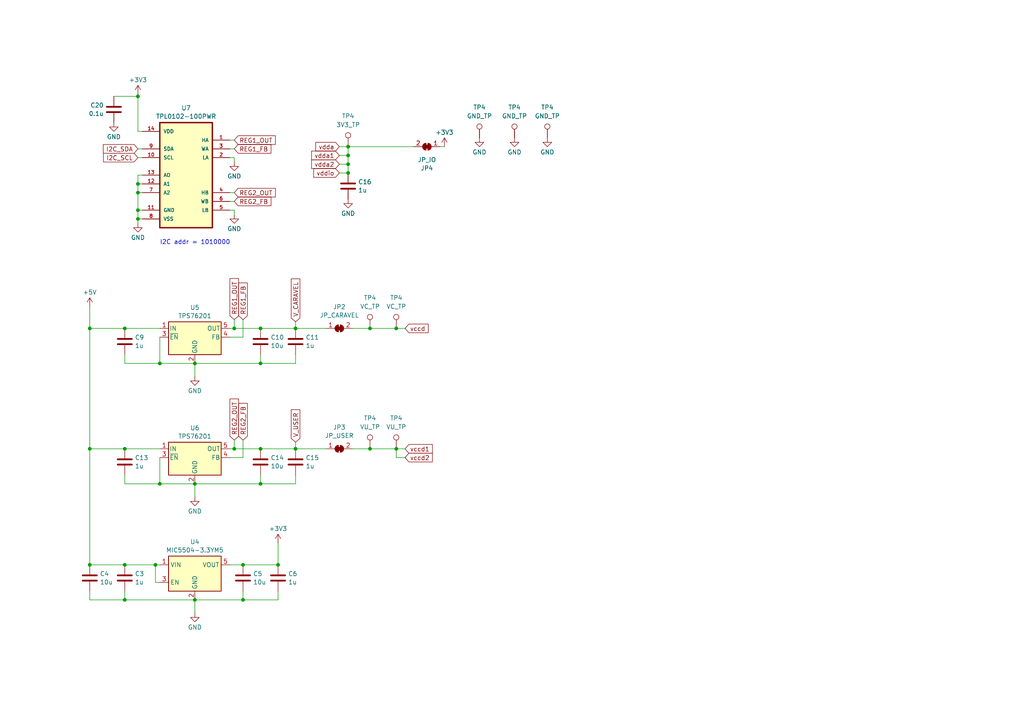
<source format=kicad_sch>
(kicad_sch (version 20230121) (generator eeschema)
  (paper "A4")
  (lib_symbols
    (symbol "Connector:TestPoint" (pin_numbers hide) (pin_names (offset 0.762) hide)
      (property "Reference" "TP" (at 0 6.858 0))
      (property "Value" "TestPoint" (at 0 5.08 0))
      (symbol "TestPoint_0_1"
        (circle (center 0 3.302) (radius 0.762))
      )
      (symbol "TestPoint_1_1"
        (pin passive line (at 0 0 90) (length 2.54) (name "1") (number "1"))
      )
    )
    (symbol "Device:C" (pin_numbers hide) (pin_names (offset 0.254))
      (property "Reference" "C" (at 0.635 2.54 0))
      (property "Value" "C" (at 0.635 -2.54 0))
      (symbol "C_0_1"
        (polyline (pts (xy -2.032 -0.762) (xy 2.032 -0.762)) (stroke (width 0.508)))
        (polyline (pts (xy -2.032 0.762) (xy 2.032 0.762)) (stroke (width 0.508)))
      )
      (symbol "C_1_1"
        (pin passive line (at 0 3.81 270) (length 2.794) (name "~") (number "1"))
        (pin passive line (at 0 -3.81 90) (length 2.794) (name "~") (number "2"))
      )
    )
    (symbol "Jumper:SolderJumper_2_Bridged" (pin_names (offset 0) hide)
      (property "Reference" "JP" (at 0 2.032 0))
      (property "Value" "SolderJumper_2_Bridged" (at 0 -2.54 0))
      (symbol "SolderJumper_2_Bridged_0_1"
        (rectangle (start -0.508 0.508) (end 0.508 -0.508) (fill (type outline)))
        (arc (start -0.254 1.016) (mid -1.2656 0) (end -0.254 -1.016))
        (arc (start -0.254 1.016) (mid -1.2656 0) (end -0.254 -1.016) (fill (type outline)))
        (polyline (pts (xy -0.254 1.016) (xy -0.254 -1.016)))
        (polyline (pts (xy 0.254 1.016) (xy 0.254 -1.016)))
        (arc (start 0.254 -1.016) (mid 1.2656 0) (end 0.254 1.016))
        (arc (start 0.254 -1.016) (mid 1.2656 0) (end 0.254 1.016) (fill (type outline)))
      )
      (symbol "SolderJumper_2_Bridged_1_1"
        (pin passive line (at -3.81 0 0) (length 2.54) (name "A") (number "1"))
        (pin passive line (at 3.81 0 180) (length 2.54) (name "B") (number "2"))
      )
    )
    (symbol "Regulator_Linear:MIC5504-3.3YM5"
      (property "Reference" "U" (at -7.62 8.89 0))
      (property "Value" "MIC5504-3.3YM5" (at -7.62 6.35 0))
      (symbol "MIC5504-3.3YM5_0_1"
        (rectangle (start -7.62 -5.08) (end 7.62 5.08) (stroke (width 0.254)) (fill (type background)))
      )
      (symbol "MIC5504-3.3YM5_1_1"
        (pin power_in line (at -10.16 2.54 0) (length 2.54) (name "VIN") (number "1"))
        (pin power_in line (at 0 -7.62 90) (length 2.54) (name "GND") (number "2"))
        (pin input line (at -10.16 -2.54 0) (length 2.54) (name "EN") (number "3"))
        (pin no_connect line (at 7.62 -2.54 180) (length 2.54) hide (name "NC") (number "4"))
        (pin power_out line (at 10.16 2.54 180) (length 2.54) (name "VOUT") (number "5"))
      )
    )
    (symbol "Regulator_Linear:TPS76901" (pin_names (offset 0.254))
      (property "Reference" "U" (at -6.35 5.715 0))
      (property "Value" "TPS76901" (at 0 5.715 0))
      (symbol "TPS76901_0_1"
        (rectangle (start -7.62 4.445) (end 7.62 -5.08) (stroke (width 0.254)) (fill (type background)))
      )
      (symbol "TPS76901_1_1"
        (pin power_in line (at -10.16 2.54 0) (length 2.54) (name "IN") (number "1"))
        (pin power_in line (at 0 -7.62 90) (length 2.54) (name "GND") (number "2"))
        (pin input line (at -10.16 0 0) (length 2.54) (name "~{EN}") (number "3"))
        (pin input line (at 10.16 0 180) (length 2.54) (name "FB") (number "4"))
        (pin power_out line (at 10.16 2.54 180) (length 2.54) (name "OUT") (number "5"))
      )
    )
    (symbol "TPL0102-100QPWREP:TPL0102-100QPWREP" (pin_names (offset 1.016))
      (property "Reference" "U" (at -5.08 21.59 0))
      (property "Value" "TPL0102" (at -5.08 19.05 0))
      (symbol "TPL0102-100QPWREP_0_0"
        (rectangle (start -12.7 17.78) (end 2.54 -12.7) (stroke (width 0.41)) (fill (type background)))
        (pin bidirectional line (at 7.62 12.7 180) (length 5.08) (name "HA") (number "1"))
        (pin bidirectional line (at -17.78 7.62 0) (length 5.08) (name "SCL") (number "10"))
        (pin power_in line (at -17.78 -7.62 0) (length 5.08) (name "GND") (number "11"))
        (pin bidirectional line (at -17.78 0 0) (length 5.08) (name "A1") (number "12"))
        (pin bidirectional line (at -17.78 2.54 0) (length 5.08) (name "AO") (number "13"))
        (pin power_in line (at -17.78 15.24 0) (length 5.08) (name "VDD") (number "14"))
        (pin bidirectional line (at 7.62 7.62 180) (length 5.08) (name "LA") (number "2"))
        (pin bidirectional line (at 7.62 10.16 180) (length 5.08) (name "WA") (number "3"))
        (pin bidirectional line (at 7.62 -2.54 180) (length 5.08) (name "HB") (number "4"))
        (pin bidirectional line (at 7.62 -7.62 180) (length 5.08) (name "LB") (number "5"))
        (pin bidirectional line (at 7.62 -5.08 180) (length 5.08) (name "WB") (number "6"))
        (pin bidirectional line (at -17.78 -2.54 0) (length 5.08) (name "A2") (number "7"))
        (pin power_in line (at -17.78 -10.16 0) (length 5.08) (name "VSS") (number "8"))
        (pin bidirectional line (at -17.78 10.16 0) (length 5.08) (name "SDA") (number "9"))
      )
    )
    (symbol "power:+3V3" (power) (pin_names (offset 0))
      (property "Value" "+3V3" (at 0 3.556 0))
      (symbol "+3V3_0_1"
        (polyline (pts (xy -0.762 1.27) (xy 0 2.54)))
        (polyline (pts (xy 0 0) (xy 0 2.54)))
        (polyline (pts (xy 0 2.54) (xy 0.762 1.27)))
      )
      (symbol "+3V3_1_1"
        (pin power_in line (at 0 0 90) (length 0) hide (name "+3V3") (number "1"))
      )
    )
    (symbol "power:+5V" (power) (pin_names (offset 0))
      (property "Value" "+5V" (at 0 3.556 0))
      (symbol "+5V_0_1"
        (polyline (pts (xy -0.762 1.27) (xy 0 2.54)))
        (polyline (pts (xy 0 0) (xy 0 2.54)))
        (polyline (pts (xy 0 2.54) (xy 0.762 1.27)))
      )
      (symbol "+5V_1_1"
        (pin power_in line (at 0 0 90) (length 0) hide (name "+5V") (number "1"))
      )
    )
    (symbol "power:GND" (power) (pin_names (offset 0))
      (property "Value" "GND" (at 0 -3.81 0))
      (symbol "GND_0_1"
        (polyline (pts (xy 0 0) (xy 0 -1.27) (xy 1.27 -1.27) (xy 0 -2.54) (xy -1.27 -1.27) (xy 0 -1.27)))
      )
      (symbol "GND_1_1"
        (pin power_in line (at 0 0 270) (length 0) hide (name "GND") (number "1"))
      )
    )
  )
  (junction (at 56.515 105.41))
  (junction (at 45.085 163.83))
  (junction (at 100.965 47.625))
  (junction (at 75.565 130.175))
  (junction (at 46.355 140.335))
  (junction (at 70.485 173.99))
  (junction (at 26.035 130.175))
  (junction (at 100.965 42.545))
  (junction (at 67.945 95.25))
  (junction (at 56.515 140.335))
  (junction (at 46.355 105.41))
  (junction (at 40.005 27.94))
  (junction (at 114.935 130.175))
  (junction (at 36.195 163.83))
  (junction (at 85.725 95.25))
  (junction (at 114.935 95.25))
  (junction (at 70.485 163.83))
  (junction (at 75.565 95.25))
  (junction (at 100.965 50.165))
  (junction (at 107.315 130.175))
  (junction (at 40.005 63.5))
  (junction (at 56.515 173.99))
  (junction (at 26.035 163.83))
  (junction (at 40.005 53.34))
  (junction (at 36.195 95.25))
  (junction (at 85.725 130.175))
  (junction (at 36.195 130.175))
  (junction (at 40.005 55.88))
  (junction (at 26.035 95.25))
  (junction (at 75.565 140.335))
  (junction (at 80.645 163.83))
  (junction (at 40.005 60.96))
  (junction (at 67.945 130.175))
  (junction (at 100.965 45.085))
  (junction (at 107.315 95.25))
  (junction (at 75.565 105.41))
  (junction (at 36.195 173.99))
  (wire (pts (xy 46.355 168.91) (xy 45.085 168.91)))
  (wire (pts (xy 66.675 45.72) (xy 67.945 45.72)))
  (wire (pts (xy 36.195 105.41) (xy 46.355 105.41)))
  (wire (pts (xy 26.035 173.99) (xy 26.035 171.45)))
  (wire (pts (xy 40.005 27.94) (xy 40.005 38.1)))
  (wire (pts (xy 41.275 50.8) (xy 40.005 50.8)))
  (wire (pts (xy 26.035 173.99) (xy 36.195 173.99)))
  (wire (pts (xy 100.965 45.085) (xy 100.965 47.625)))
  (wire (pts (xy 26.035 88.9) (xy 26.035 95.25)))
  (wire (pts (xy 46.355 97.79) (xy 46.355 105.41)))
  (wire (pts (xy 26.035 130.175) (xy 26.035 163.83)))
  (wire (pts (xy 98.425 50.165) (xy 100.965 50.165)))
  (wire (pts (xy 56.515 105.41) (xy 75.565 105.41)))
  (wire (pts (xy 70.485 132.715) (xy 66.675 132.715)))
  (wire (pts (xy 117.475 95.25) (xy 114.935 95.25)))
  (wire (pts (xy 40.005 60.96) (xy 41.275 60.96)))
  (wire (pts (xy 40.005 38.1) (xy 41.275 38.1)))
  (wire (pts (xy 85.725 105.41) (xy 75.565 105.41)))
  (wire (pts (xy 40.005 45.72) (xy 41.275 45.72)))
  (wire (pts (xy 56.515 173.99) (xy 70.485 173.99)))
  (wire (pts (xy 70.485 97.79) (xy 66.675 97.79)))
  (wire (pts (xy 75.565 137.795) (xy 75.565 140.335)))
  (wire (pts (xy 45.085 168.91) (xy 45.085 163.83)))
  (wire (pts (xy 70.485 171.45) (xy 70.485 173.99)))
  (wire (pts (xy 56.515 140.335) (xy 56.515 144.145)))
  (wire (pts (xy 75.565 95.25) (xy 85.725 95.25)))
  (wire (pts (xy 67.945 130.175) (xy 75.565 130.175)))
  (wire (pts (xy 85.725 93.345) (xy 85.725 95.25)))
  (wire (pts (xy 46.355 132.715) (xy 46.355 140.335)))
  (wire (pts (xy 67.945 92.71) (xy 67.945 95.25)))
  (wire (pts (xy 40.005 63.5) (xy 41.275 63.5)))
  (wire (pts (xy 66.675 60.96) (xy 67.945 60.96)))
  (wire (pts (xy 85.725 95.25) (xy 94.615 95.25)))
  (wire (pts (xy 56.515 105.41) (xy 56.515 109.22)))
  (wire (pts (xy 33.02 27.94) (xy 40.005 27.94)))
  (wire (pts (xy 85.725 137.795) (xy 85.725 140.335)))
  (wire (pts (xy 66.675 40.64) (xy 67.945 40.64)))
  (wire (pts (xy 75.565 102.87) (xy 75.565 105.41)))
  (wire (pts (xy 114.935 130.175) (xy 114.935 132.715)))
  (wire (pts (xy 67.945 60.96) (xy 67.945 62.23)))
  (wire (pts (xy 40.005 53.34) (xy 41.275 53.34)))
  (wire (pts (xy 117.475 132.715) (xy 114.935 132.715)))
  (wire (pts (xy 45.085 163.83) (xy 46.355 163.83)))
  (wire (pts (xy 66.675 95.25) (xy 67.945 95.25)))
  (wire (pts (xy 40.005 55.88) (xy 41.275 55.88)))
  (wire (pts (xy 66.675 163.83) (xy 70.485 163.83)))
  (wire (pts (xy 40.005 60.96) (xy 40.005 63.5)))
  (wire (pts (xy 114.935 95.25) (xy 107.315 95.25)))
  (wire (pts (xy 66.675 58.42) (xy 67.945 58.42)))
  (wire (pts (xy 100.965 42.545) (xy 100.965 45.085)))
  (wire (pts (xy 40.005 43.18) (xy 41.275 43.18)))
  (wire (pts (xy 26.035 95.25) (xy 36.195 95.25)))
  (wire (pts (xy 67.945 95.25) (xy 75.565 95.25)))
  (wire (pts (xy 80.645 157.48) (xy 80.645 163.83)))
  (wire (pts (xy 70.485 92.71) (xy 70.485 97.79)))
  (wire (pts (xy 98.425 47.625) (xy 100.965 47.625)))
  (wire (pts (xy 70.485 163.83) (xy 80.645 163.83)))
  (wire (pts (xy 40.005 53.34) (xy 40.005 55.88)))
  (wire (pts (xy 85.725 140.335) (xy 75.565 140.335)))
  (wire (pts (xy 26.035 163.83) (xy 36.195 163.83)))
  (wire (pts (xy 56.515 140.335) (xy 75.565 140.335)))
  (wire (pts (xy 36.195 140.335) (xy 36.195 137.795)))
  (wire (pts (xy 40.005 27.305) (xy 40.005 27.94)))
  (wire (pts (xy 36.195 130.175) (xy 46.355 130.175)))
  (wire (pts (xy 40.005 50.8) (xy 40.005 53.34)))
  (wire (pts (xy 70.485 127.635) (xy 70.485 132.715)))
  (wire (pts (xy 36.195 173.99) (xy 56.515 173.99)))
  (wire (pts (xy 102.235 130.175) (xy 107.315 130.175)))
  (wire (pts (xy 66.675 130.175) (xy 67.945 130.175)))
  (wire (pts (xy 67.945 127.635) (xy 67.945 130.175)))
  (wire (pts (xy 100.965 42.545) (xy 120.015 42.545)))
  (wire (pts (xy 100.965 47.625) (xy 100.965 50.165)))
  (wire (pts (xy 67.945 45.72) (xy 67.945 46.99)))
  (wire (pts (xy 75.565 130.175) (xy 85.725 130.175)))
  (wire (pts (xy 26.035 95.25) (xy 26.035 130.175)))
  (wire (pts (xy 85.725 130.175) (xy 94.615 130.175)))
  (wire (pts (xy 26.035 130.175) (xy 36.195 130.175)))
  (wire (pts (xy 40.005 55.88) (xy 40.005 60.96)))
  (wire (pts (xy 36.195 140.335) (xy 46.355 140.335)))
  (wire (pts (xy 46.355 140.335) (xy 56.515 140.335)))
  (wire (pts (xy 107.315 130.175) (xy 114.935 130.175)))
  (wire (pts (xy 102.235 95.25) (xy 107.315 95.25)))
  (wire (pts (xy 36.195 163.83) (xy 45.085 163.83)))
  (wire (pts (xy 36.195 173.99) (xy 36.195 171.45)))
  (wire (pts (xy 80.645 173.99) (xy 70.485 173.99)))
  (wire (pts (xy 40.005 63.5) (xy 40.005 64.77)))
  (wire (pts (xy 80.645 171.45) (xy 80.645 173.99)))
  (wire (pts (xy 98.425 42.545) (xy 100.965 42.545)))
  (wire (pts (xy 66.675 55.88) (xy 67.945 55.88)))
  (wire (pts (xy 66.675 43.18) (xy 67.945 43.18)))
  (wire (pts (xy 98.425 45.085) (xy 100.965 45.085)))
  (wire (pts (xy 46.355 105.41) (xy 56.515 105.41)))
  (wire (pts (xy 117.475 130.175) (xy 114.935 130.175)))
  (wire (pts (xy 36.195 105.41) (xy 36.195 102.87)))
  (wire (pts (xy 56.515 173.99) (xy 56.515 177.8)))
  (wire (pts (xy 36.195 95.25) (xy 46.355 95.25)))
  (wire (pts (xy 85.725 128.27) (xy 85.725 130.175)))
  (wire (pts (xy 127.635 42.545) (xy 128.905 42.545)))
  (wire (pts (xy 85.725 102.87) (xy 85.725 105.41)))
  (text "I2C addr = 1010000" (at 46.355 71.12 0) (effects (font (size 1.27 1.27)) (justify left bottom)))
  (global_label "REG2_OUT" (shape input) (at 67.945 127.635 90) (property "Intersheetrefs" "${INTERSHEET_REFS}" (effects hide)))
  (global_label "vccd1" (shape input) (at 117.475 130.175 0) (property "Intersheetrefs" "${INTERSHEET_REFS}" (effects hide)))
  (global_label "vccd" (shape input) (at 117.475 95.25 0) (property "Intersheetrefs" "${INTERSHEET_REFS}" (effects hide)))
  (global_label "REG2_OUT" (shape input) (at 67.945 55.88 0) (property "Intersheetrefs" "${INTERSHEET_REFS}" (effects hide)))
  (global_label "vdda" (shape input) (at 98.425 42.545 180) (property "Intersheetrefs" "${INTERSHEET_REFS}" (effects hide)))
  (global_label "V_USER" (shape input) (at 85.725 128.27 90) (property "Intersheetrefs" "${INTERSHEET_REFS}" (effects hide)))
  (global_label "vddio" (shape input) (at 98.425 50.165 180) (property "Intersheetrefs" "${INTERSHEET_REFS}" (effects hide)))
  (global_label "REG2_FB" (shape input) (at 70.485 127.635 90) (property "Intersheetrefs" "${INTERSHEET_REFS}" (effects hide)))
  (global_label "REG2_FB" (shape input) (at 67.945 58.42 0) (property "Intersheetrefs" "${INTERSHEET_REFS}" (effects hide)))
  (global_label "REG1_FB" (shape input) (at 70.485 92.71 90) (property "Intersheetrefs" "${INTERSHEET_REFS}" (effects hide)))
  (global_label "I2C_SDA" (shape input) (at 40.005 43.18 180) (property "Intersheetrefs" "${INTERSHEET_REFS}" (effects hide)))
  (global_label "REG1_OUT" (shape input) (at 67.945 40.64 0) (property "Intersheetrefs" "${INTERSHEET_REFS}" (effects hide)))
  (global_label "I2C_SCL" (shape input) (at 40.005 45.72 180) (property "Intersheetrefs" "${INTERSHEET_REFS}" (effects hide)))
  (global_label "REG1_FB" (shape input) (at 67.945 43.18 0) (property "Intersheetrefs" "${INTERSHEET_REFS}" (effects hide)))
  (global_label "REG1_OUT" (shape input) (at 67.945 92.71 90) (property "Intersheetrefs" "${INTERSHEET_REFS}" (effects hide)))
  (global_label "V_CARAVEL" (shape input) (at 85.725 93.345 90) (property "Intersheetrefs" "${INTERSHEET_REFS}" (effects hide)))
  (global_label "vccd2" (shape input) (at 117.475 132.715 0) (property "Intersheetrefs" "${INTERSHEET_REFS}" (effects hide)))
  (global_label "vdda1" (shape input) (at 98.425 45.085 180) (property "Intersheetrefs" "${INTERSHEET_REFS}" (effects hide)))
  (global_label "vdda2" (shape input) (at 98.425 47.625 180) (property "Intersheetrefs" "${INTERSHEET_REFS}" (effects hide)))
  (symbol (lib_id "power:+3V3") (at 40.005 27.305 0) (unit 1)
    (property "Reference" "#PWR027" (effects hide))
    (property "Value" "+3V3" (at 40.005 23.1719 0))
  )
  (symbol (lib_id "Jumper:SolderJumper_2_Bridged") (at 123.825 42.545 0) (mirror y) (unit 1)
    (property "Reference" "JP4" (at 123.825 48.7792 0))
    (property "Value" "JP_IO" (at 123.825 46.355 0))
    (property "Footprint" "Jumper:SolderJumper-2_P1.3mm_Bridged2Bar_Pad1.0x1.5mm" (effects hide))
    (instances (project "mpw3-common" (path "" (reference "JP4") (unit 1)) (path "" (reference "JP2") (unit 1))))
  )
  (symbol (lib_id "power:GND") (at 67.945 46.99 0) (unit 1)
    (property "Reference" "#PWR030" (effects hide))
    (property "Value" "GND" (at 67.945 51.1231 0))
    (instances (project "mpw3-common" (path "" (reference "#PWR030") (unit 1)) (path "" (reference "#PWR029") (unit 1))))
  )
  (symbol (lib_id "Device:C") (at 70.485 167.64 180) (unit 1)
    (property "Reference" "C5" (at 73.406 166.4279 0) (effects (justify right)))
    (property "Value" "10u" (at 73.406 168.8521 0) (effects (justify right)))
    (property "Footprint" "Capacitor_SMD:C_0603_1608Metric" (effects hide))
    (property "LCSC" "C19702" (effects hide))
  )
  (symbol (lib_id "Connector:TestPoint") (at 114.935 95.25 0) (mirror y) (unit 1)
    (property "Reference" "TP4" (at 114.935 86.36 0))
    (property "Value" "VC_TP" (at 114.935 88.9 0))
    (property "Footprint" "TestPoint:TestPoint_THTPad_D2.0mm_Drill1.0mm" (effects hide))
    (instances (project "mpw3-common" (path "" (reference "TP4") (unit 1)) (path "" (reference "TP8") (unit 1))))
  )
  (symbol (lib_id "TPL0102-100QPWREP:TPL0102-100QPWREP") (at 59.055 53.34 0) (unit 1)
    (property "Reference" "U7" (at 53.975 31.3377 0))
    (property "Value" "TPL0102-100PWR" (at 53.975 33.7619 0))
    (property "Footprint" "TPL0102:SOP65P640X120-14N" (effects hide))
    (property "MF" "Texas Instruments" (effects hide))
    (property "Description" "\n256-tap dual-channel digital potentiometer (digipot) with nonvolatile memory\n" (effects hide))
    (property "Package" "TSSOP-14 Texas Instruments" (effects hide))
    (property "Price" "None" (effects hide))
    (property "SnapEDA_Link" "https://www.snapeda.com/parts/TPL0102-100QPWREP/Texas+Instruments/view-part/?ref=snap" (effects hide))
    (property "MP" "TPL0102-100QPWREP" (effects hide))
    (property "Purchase-URL" "https://www.snapeda.com/api/url_track_click_mouser/?unipart_id=1150082&manufacturer=Texas Instruments&part_name=TPL0102-100QPWREP&search_term=None" (effects hide))
    (property "Availability" "In Stock" (effects hide))
    (property "Check_prices" "https://www.snapeda.com/parts/TPL0102-100QPWREP/Texas+Instruments/view-part/?ref=eda" (effects hide))
  )
  (symbol (lib_id "power:GND") (at 149.225 40.005 0) (unit 1)
    (property "Reference" "#PWR021" (effects hide))
    (property "Value" "GND" (at 149.225 44.1381 0))
    (instances (project "mpw3-common" (path "" (reference "#PWR021") (unit 1)) (path "" (reference "#PWR043") (unit 1))))
  )
  (symbol (lib_id "Device:C") (at 36.195 99.06 180) (unit 1)
    (property "Reference" "C9" (at 39.116 97.8479 0) (effects (justify right)))
    (property "Value" "1u" (at 39.116 100.2721 0) (effects (justify right)))
    (property "Footprint" "Capacitor_SMD:C_0603_1608Metric" (effects hide))
    (instances (project "mpw3-common" (path "" (reference "C9") (unit 1)) (path "" (reference "C10") (unit 1))))
  )
  (symbol (lib_id "Regulator_Linear:TPS76901") (at 56.515 97.79 0) (unit 1)
    (property "Reference" "U5" (at 56.515 89.2007 0))
    (property "Value" "TPS76201" (at 56.515 91.6249 0))
    (property "Footprint" "Package_TO_SOT_SMD:SOT-23-5" (effects hide))
    (property "Datasheet" "http://www.ti.com/lit/ds/symlink/tps769.pdf" (effects hide))
    (property "LCSC" "C13997" (effects hide))
  )
  (symbol (lib_id "Regulator_Linear:TPS76901") (at 56.515 132.715 0) (unit 1)
    (property "Reference" "U6" (at 56.515 124.1257 0))
    (property "Value" "TPS76201" (at 56.515 126.5499 0))
    (property "Footprint" "Package_TO_SOT_SMD:SOT-23-5" (effects hide))
    (property "Datasheet" "http://www.ti.com/lit/ds/symlink/tps769.pdf" (effects hide))
    (property "LCSC" "C13997" (effects hide))
  )
  (symbol (lib_id "Device:C") (at 80.645 167.64 180) (unit 1)
    (property "Reference" "C6" (at 83.566 166.4279 0) (effects (justify right)))
    (property "Value" "1u" (at 83.566 168.8521 0) (effects (justify right)))
    (property "Footprint" "Capacitor_SMD:C_0603_1608Metric" (effects hide))
    (property "LCSC" "C15849" (effects hide))
  )
  (symbol (lib_id "power:GND") (at 56.515 177.8 0) (unit 1)
    (property "Reference" "#PWR021" (effects hide))
    (property "Value" "GND" (at 56.515 181.9331 0))
  )
  (symbol (lib_id "power:GND") (at 33.02 35.56 0) (unit 1)
    (property "Reference" "#PWR028" (effects hide))
    (property "Value" "GND" (at 33.02 39.6931 0))
    (instances (project "mpw3-common" (path "" (reference "#PWR028") (unit 1)) (path "" (reference "#PWR046") (unit 1))))
  )
  (symbol (lib_id "Device:C") (at 26.035 167.64 180) (unit 1)
    (property "Reference" "C4" (at 28.956 166.4279 0) (effects (justify right)))
    (property "Value" "10u" (at 28.956 168.8521 0) (effects (justify right)))
    (property "Footprint" "Capacitor_SMD:C_0603_1608Metric" (effects hide))
    (property "LCSC" "C15849" (effects hide))
    (instances (project "mpw3-common" (path "" (reference "C4") (unit 1)) (path "" (reference "C3") (unit 1))))
  )
  (symbol (lib_id "Connector:TestPoint") (at 139.065 40.005 0) (unit 1)
    (property "Reference" "TP4" (at 139.065 31.115 0))
    (property "Value" "GND_TP" (at 139.065 33.655 0))
    (property "Footprint" "TestPoint:TestPoint_THTPad_D2.0mm_Drill1.0mm" (effects hide))
    (instances (project "mpw3-common" (path "" (reference "TP4") (unit 1)) (path "" (reference "TP10") (unit 1))))
  )
  (symbol (lib_id "Connector:TestPoint") (at 107.315 130.175 0) (mirror y) (unit 1)
    (property "Reference" "TP4" (at 107.315 121.285 0))
    (property "Value" "VU_TP" (at 107.315 123.825 0))
    (property "Footprint" "TestPoint:TestPoint_THTPad_D2.0mm_Drill1.0mm" (effects hide))
    (instances (project "mpw3-common" (path "" (reference "TP4") (unit 1)) (path "" (reference "TP7") (unit 1))))
  )
  (symbol (lib_id "Device:C") (at 85.725 133.985 180) (unit 1)
    (property "Reference" "C15" (at 88.646 132.7729 0) (effects (justify right)))
    (property "Value" "1u" (at 88.646 135.1971 0) (effects (justify right)))
    (property "Footprint" "Capacitor_SMD:C_0603_1608Metric" (effects hide))
    (property "LCSC" "C15849" (effects hide))
  )
  (symbol (lib_id "power:GND") (at 56.515 144.145 0) (unit 1)
    (property "Reference" "#PWR026" (effects hide))
    (property "Value" "GND" (at 56.515 148.2781 0))
  )
  (symbol (lib_id "power:+5V") (at 26.035 88.9 0) (unit 1)
    (property "Reference" "#PWR023" (effects hide))
    (property "Value" "+5V" (at 26.035 84.7669 0))
  )
  (symbol (lib_id "Connector:TestPoint") (at 149.225 40.005 0) (unit 1)
    (property "Reference" "TP4" (at 149.225 31.115 0))
    (property "Value" "GND_TP" (at 149.225 33.655 0))
    (property "Footprint" "TestPoint:TestPoint_THTPad_D2.0mm_Drill1.0mm" (effects hide))
    (instances (project "mpw3-common" (path "" (reference "TP4") (unit 1)) (path "" (reference "TP12") (unit 1))))
  )
  (symbol (lib_id "Connector:TestPoint") (at 158.75 40.005 0) (unit 1)
    (property "Reference" "TP4" (at 158.75 31.115 0))
    (property "Value" "GND_TP" (at 158.75 33.655 0))
    (property "Footprint" "TestPoint:TestPoint_THTPad_D2.0mm_Drill1.0mm" (effects hide))
    (instances (project "mpw3-common" (path "" (reference "TP4") (unit 1)) (path "" (reference "TP11") (unit 1))))
  )
  (symbol (lib_id "Device:C") (at 75.565 99.06 180) (unit 1)
    (property "Reference" "C10" (at 78.486 97.8479 0) (effects (justify right)))
    (property "Value" "10u" (at 78.486 100.2721 0) (effects (justify right)))
    (property "Footprint" "Capacitor_SMD:C_0603_1608Metric" (effects hide))
    (property "LCSC" "C15849" (effects hide))
    (instances (project "mpw3-common" (path "" (reference "C10") (unit 1)) (path "" (reference "C12") (unit 1))))
  )
  (symbol (lib_id "power:+3V3") (at 128.905 42.545 0) (unit 1)
    (property "Reference" "#PWR037" (effects hide))
    (property "Value" "+3V3" (at 128.905 38.4119 0))
    (instances (project "mpw3-common" (path "" (reference "#PWR037") (unit 1)) (path "" (reference "#PWR040") (unit 1))))
  )
  (symbol (lib_id "Device:C") (at 36.195 133.985 180) (unit 1)
    (property "Reference" "C13" (at 39.116 132.7729 0) (effects (justify right)))
    (property "Value" "1u" (at 39.116 135.1971 0) (effects (justify right)))
    (property "Footprint" "Capacitor_SMD:C_0603_1608Metric" (effects hide))
    (property "LCSC" "C19702" (effects hide))
    (instances (project "mpw3-common" (path "" (reference "C13") (unit 1)) (path "" (reference "C11") (unit 1))))
  )
  (symbol (lib_id "Jumper:SolderJumper_2_Bridged") (at 98.425 95.25 0) (mirror x) (unit 1)
    (property "Reference" "JP2" (at 98.425 89.0158 0))
    (property "Value" "JP_CARAVEL" (at 98.425 91.44 0))
    (property "Footprint" "Jumper:SolderJumper-2_P1.3mm_Bridged2Bar_Pad1.0x1.5mm" (effects hide))
    (instances (project "mpw3-common" (path "" (reference "JP2") (unit 1)) (path "" (reference "JP4") (unit 1))))
  )
  (symbol (lib_id "Jumper:SolderJumper_2_Bridged") (at 98.425 130.175 0) (mirror x) (unit 1)
    (property "Reference" "JP3" (at 98.425 123.9408 0))
    (property "Value" "JP_USER" (at 98.425 126.365 0))
    (property "Footprint" "Jumper:SolderJumper-2_P1.3mm_Bridged2Bar_Pad1.0x1.5mm" (effects hide))
  )
  (symbol (lib_id "power:GND") (at 67.945 62.23 0) (unit 1)
    (property "Reference" "#PWR029" (effects hide))
    (property "Value" "GND" (at 67.945 66.3631 0))
    (instances (project "mpw3-common" (path "" (reference "#PWR029") (unit 1)) (path "" (reference "#PWR030") (unit 1))))
  )
  (symbol (lib_id "power:GND") (at 158.75 40.005 0) (unit 1)
    (property "Reference" "#PWR021" (effects hide))
    (property "Value" "GND" (at 158.75 44.1381 0))
    (instances (project "mpw3-common" (path "" (reference "#PWR021") (unit 1)) (path "" (reference "#PWR042") (unit 1))))
  )
  (symbol (lib_id "power:GND") (at 139.065 40.005 0) (unit 1)
    (property "Reference" "#PWR021" (effects hide))
    (property "Value" "GND" (at 139.065 44.1381 0))
    (instances (project "mpw3-common" (path "" (reference "#PWR021") (unit 1)) (path "" (reference "#PWR041") (unit 1))))
  )
  (symbol (lib_id "Device:C") (at 100.965 53.975 0) (unit 1)
    (property "Reference" "C16" (at 103.886 52.7629 0) (effects (justify left)))
    (property "Value" "1u" (at 103.886 55.1871 0) (effects (justify left)))
    (property "Footprint" "Capacitor_SMD:C_0603_1608Metric" (effects hide))
    (property "LCSC" "C15849" (effects hide))
  )
  (symbol (lib_id "Regulator_Linear:MIC5504-3.3YM5") (at 56.515 166.37 0) (unit 1)
    (property "Reference" "U4" (at 56.515 157.1457 0))
    (property "Value" "MIC5504-3.3YM5" (at 56.515 159.5699 0))
    (property "Footprint" "Package_TO_SOT_SMD:SOT-23-5" (effects hide))
    (property "Datasheet" "http://ww1.microchip.com/downloads/en/DeviceDoc/MIC550X.pdf" (effects hide))
    (property "LCSC" "C88419" (effects hide))
  )
  (symbol (lib_id "power:+3V3") (at 80.645 157.48 0) (unit 1)
    (property "Reference" "#PWR022" (effects hide))
    (property "Value" "+3V3" (at 80.645 153.3469 0))
  )
  (symbol (lib_id "Connector:TestPoint") (at 107.315 95.25 0) (mirror y) (unit 1)
    (property "Reference" "TP4" (at 107.315 86.36 0))
    (property "Value" "VC_TP" (at 107.315 88.9 0))
    (property "Footprint" "TestPoint:TestPoint_THTPad_D2.0mm_Drill1.0mm" (effects hide))
    (instances (project "mpw3-common" (path "" (reference "TP4") (unit 1)) (path "" (reference "TP9") (unit 1))))
  )
  (symbol (lib_id "power:GND") (at 40.005 64.77 0) (unit 1)
    (property "Reference" "#PWR028" (effects hide))
    (property "Value" "GND" (at 40.005 68.9031 0))
  )
  (symbol (lib_id "power:GND") (at 100.965 57.785 0) (unit 1)
    (property "Reference" "#PWR034" (effects hide))
    (property "Value" "GND" (at 100.965 61.9181 0))
  )
  (symbol (lib_id "Device:C") (at 33.02 31.75 0) (mirror y) (unit 1)
    (property "Reference" "C20" (at 30.099 30.5379 0) (effects (justify left)))
    (property "Value" "0.1u" (at 30.099 32.9621 0) (effects (justify left)))
    (property "Footprint" "Capacitor_SMD:C_0603_1608Metric" (effects hide))
    (instances (project "mpw3-common" (path "" (reference "C20") (unit 1)) (path "" (reference "C27") (unit 1))))
  )
  (symbol (lib_id "Device:C") (at 36.195 167.64 180) (unit 1)
    (property "Reference" "C3" (at 39.116 166.4279 0) (effects (justify right)))
    (property "Value" "1u" (at 39.116 168.8521 0) (effects (justify right)))
    (property "Footprint" "Capacitor_SMD:C_0603_1608Metric" (effects hide))
    (property "LCSC" "C19702" (effects hide))
    (instances (project "mpw3-common" (path "" (reference "C3") (unit 1)) (path "" (reference "C4") (unit 1))))
  )
  (symbol (lib_id "Device:C") (at 75.565 133.985 180) (unit 1)
    (property "Reference" "C14" (at 78.486 132.7729 0) (effects (justify right)))
    (property "Value" "10u" (at 78.486 135.1971 0) (effects (justify right)))
    (property "Footprint" "Capacitor_SMD:C_0603_1608Metric" (effects hide))
    (property "LCSC" "C15849" (effects hide))
    (instances (project "mpw3-common" (path "" (reference "C14") (unit 1)) (path "" (reference "C13") (unit 1))))
  )
  (symbol (lib_id "power:GND") (at 56.515 109.22 0) (unit 1)
    (property "Reference" "#PWR024" (effects hide))
    (property "Value" "GND" (at 56.515 113.3531 0))
    (instances (project "mpw3-common" (path "" (reference "#PWR024") (unit 1)) (path "" (reference "#PWR025") (unit 1))))
  )
  (symbol (lib_id "Connector:TestPoint") (at 114.935 130.175 0) (mirror y) (unit 1)
    (property "Reference" "TP4" (at 114.935 121.285 0))
    (property "Value" "VU_TP" (at 114.935 123.825 0))
    (property "Footprint" "TestPoint:TestPoint_THTPad_D2.0mm_Drill1.0mm" (effects hide))
    (instances (project "mpw3-common" (path "" (reference "TP4") (unit 1)) (path "" (reference "TP6") (unit 1))))
  )
  (symbol (lib_id "Device:C") (at 85.725 99.06 180) (unit 1)
    (property "Reference" "C11" (at 88.646 97.8479 0) (effects (justify right)))
    (property "Value" "1u" (at 88.646 100.2721 0) (effects (justify right)))
    (property "Footprint" "Capacitor_SMD:C_0603_1608Metric" (effects hide))
    (property "LCSC" "C15849" (effects hide))
    (instances (project "mpw3-common" (path "" (reference "C11") (unit 1)) (path "" (reference "C14") (unit 1))))
  )
  (symbol (lib_id "Connector:TestPoint") (at 100.965 42.545 0) (unit 1)
    (property "Reference" "TP4" (at 100.965 33.655 0))
    (property "Value" "3V3_TP" (at 100.965 36.195 0))
    (property "Footprint" "TestPoint:TestPoint_THTPad_D2.0mm_Drill1.0mm" (effects hide))
  )
)
</source>
